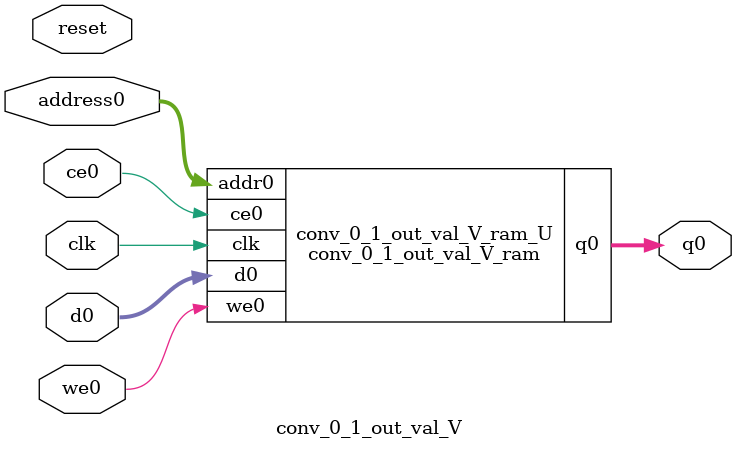
<source format=v>

`timescale 1 ns / 1 ps
module conv_0_1_out_val_V_ram (addr0, ce0, d0, we0, q0,  clk);

parameter DWIDTH = 16;
parameter AWIDTH = 4;
parameter MEM_SIZE = 16;

input[AWIDTH-1:0] addr0;
input ce0;
input[DWIDTH-1:0] d0;
input we0;
output reg[DWIDTH-1:0] q0;
input clk;

(* ram_style = "distributed" *)reg [DWIDTH-1:0] ram[0:MEM_SIZE-1];




always @(posedge clk)  
begin 
    if (ce0) 
    begin
        if (we0) 
        begin 
            ram[addr0] <= d0; 
            q0 <= d0;
        end 
        else 
            q0 <= ram[addr0];
    end
end


endmodule


`timescale 1 ns / 1 ps
module conv_0_1_out_val_V(
    reset,
    clk,
    address0,
    ce0,
    we0,
    d0,
    q0);

parameter DataWidth = 32'd16;
parameter AddressRange = 32'd16;
parameter AddressWidth = 32'd4;
input reset;
input clk;
input[AddressWidth - 1:0] address0;
input ce0;
input we0;
input[DataWidth - 1:0] d0;
output[DataWidth - 1:0] q0;



conv_0_1_out_val_V_ram conv_0_1_out_val_V_ram_U(
    .clk( clk ),
    .addr0( address0 ),
    .ce0( ce0 ),
    .d0( d0 ),
    .we0( we0 ),
    .q0( q0 ));

endmodule


</source>
